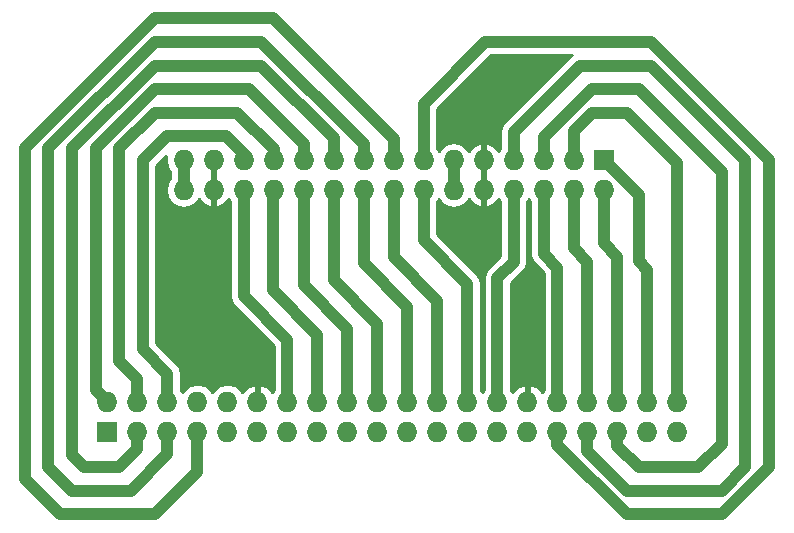
<source format=gbr>
G04 #@! TF.FileFunction,Copper,L1,Top,Signal*
%FSLAX46Y46*%
G04 Gerber Fmt 4.6, Leading zero omitted, Abs format (unit mm)*
G04 Created by KiCad (PCBNEW 4.0.3+e1-6302~38~ubuntu15.10.1-stable) date Thu Nov 10 16:03:18 2016*
%MOMM*%
%LPD*%
G01*
G04 APERTURE LIST*
%ADD10C,0.100000*%
%ADD11R,1.727200X1.727200*%
%ADD12O,1.727200X1.727200*%
%ADD13C,1.000000*%
%ADD14C,0.254000*%
G04 APERTURE END LIST*
D10*
D11*
X189000000Y-80000000D03*
D12*
X189000000Y-82540000D03*
X186460000Y-80000000D03*
X186460000Y-82540000D03*
X183920000Y-80000000D03*
X183920000Y-82540000D03*
X181380000Y-80000000D03*
X181380000Y-82540000D03*
X178840000Y-80000000D03*
X178840000Y-82540000D03*
X176300000Y-80000000D03*
X176300000Y-82540000D03*
X173760000Y-80000000D03*
X173760000Y-82540000D03*
X171220000Y-80000000D03*
X171220000Y-82540000D03*
X168680000Y-80000000D03*
X168680000Y-82540000D03*
X166140000Y-80000000D03*
X166140000Y-82540000D03*
X163600000Y-80000000D03*
X163600000Y-82540000D03*
X161060000Y-80000000D03*
X161060000Y-82540000D03*
X158520000Y-80000000D03*
X158520000Y-82540000D03*
X155980000Y-80000000D03*
X155980000Y-82540000D03*
X153440000Y-80000000D03*
X153440000Y-82540000D03*
D11*
X147000000Y-103000000D03*
D12*
X147000000Y-100460000D03*
X149540000Y-103000000D03*
X149540000Y-100460000D03*
X152080000Y-103000000D03*
X152080000Y-100460000D03*
X154620000Y-103000000D03*
X154620000Y-100460000D03*
X157160000Y-103000000D03*
X157160000Y-100460000D03*
X159700000Y-103000000D03*
X159700000Y-100460000D03*
X162240000Y-103000000D03*
X162240000Y-100460000D03*
X164780000Y-103000000D03*
X164780000Y-100460000D03*
X167320000Y-103000000D03*
X167320000Y-100460000D03*
X169860000Y-103000000D03*
X169860000Y-100460000D03*
X172400000Y-103000000D03*
X172400000Y-100460000D03*
X174940000Y-103000000D03*
X174940000Y-100460000D03*
X177480000Y-103000000D03*
X177480000Y-100460000D03*
X180020000Y-103000000D03*
X180020000Y-100460000D03*
X182560000Y-103000000D03*
X182560000Y-100460000D03*
X185100000Y-103000000D03*
X185100000Y-100460000D03*
X187640000Y-103000000D03*
X187640000Y-100460000D03*
X190180000Y-103000000D03*
X190180000Y-100460000D03*
X192720000Y-103000000D03*
X192720000Y-100460000D03*
X195260000Y-103000000D03*
X195260000Y-100460000D03*
D13*
X192720000Y-100460000D02*
X192720000Y-89280000D01*
X192000000Y-83000000D02*
X189000000Y-80000000D01*
X192000000Y-88560000D02*
X192000000Y-83000000D01*
X192720000Y-89280000D02*
X192000000Y-88560000D01*
X190180000Y-100460000D02*
X190180000Y-88180000D01*
X189000000Y-87000000D02*
X189000000Y-82540000D01*
X190180000Y-88180000D02*
X189000000Y-87000000D01*
X186460000Y-80000000D02*
X186460000Y-77540000D01*
X195260000Y-80260000D02*
X195260000Y-100460000D01*
X191000000Y-76000000D02*
X195260000Y-80260000D01*
X188000000Y-76000000D02*
X191000000Y-76000000D01*
X186460000Y-77540000D02*
X188000000Y-76000000D01*
X187640000Y-100460000D02*
X187640000Y-88640000D01*
X186460000Y-87460000D02*
X186460000Y-82540000D01*
X187640000Y-88640000D02*
X186460000Y-87460000D01*
X190180000Y-103000000D02*
X190180000Y-104180000D01*
X183920000Y-78080000D02*
X183920000Y-80000000D01*
X188000000Y-74000000D02*
X183920000Y-78080000D01*
X192000000Y-74000000D02*
X188000000Y-74000000D01*
X199000000Y-81000000D02*
X192000000Y-74000000D01*
X199000000Y-104000000D02*
X199000000Y-81000000D01*
X197000000Y-106000000D02*
X199000000Y-104000000D01*
X192000000Y-106000000D02*
X197000000Y-106000000D01*
X190180000Y-104180000D02*
X192000000Y-106000000D01*
X185100000Y-100460000D02*
X185100000Y-89100000D01*
X183920000Y-87920000D02*
X183920000Y-82540000D01*
X185100000Y-89100000D02*
X183920000Y-87920000D01*
X187640000Y-103000000D02*
X187640000Y-104640000D01*
X181380000Y-77620000D02*
X181380000Y-80000000D01*
X187000000Y-72000000D02*
X181380000Y-77620000D01*
X193000000Y-72000000D02*
X187000000Y-72000000D01*
X201000000Y-80000000D02*
X193000000Y-72000000D01*
X201000000Y-106000000D02*
X201000000Y-80000000D01*
X199000000Y-108000000D02*
X201000000Y-106000000D01*
X191000000Y-108000000D02*
X199000000Y-108000000D01*
X187640000Y-104640000D02*
X191000000Y-108000000D01*
X180020000Y-100460000D02*
X180020000Y-89980000D01*
X181380000Y-88620000D02*
X181380000Y-82540000D01*
X180020000Y-89980000D02*
X181380000Y-88620000D01*
X153440000Y-82540000D02*
X153440000Y-80000000D01*
X176300000Y-82540000D02*
X176300000Y-80000000D01*
X185100000Y-103000000D02*
X185100000Y-104100000D01*
X173760000Y-75240000D02*
X173760000Y-80000000D01*
X179000000Y-70000000D02*
X173760000Y-75240000D01*
X193000000Y-70000000D02*
X179000000Y-70000000D01*
X203000000Y-80000000D02*
X193000000Y-70000000D01*
X203000000Y-106000000D02*
X203000000Y-80000000D01*
X199000000Y-110000000D02*
X203000000Y-106000000D01*
X191000000Y-110000000D02*
X199000000Y-110000000D01*
X185100000Y-104100000D02*
X191000000Y-110000000D01*
X177480000Y-100460000D02*
X177480000Y-90480000D01*
X173760000Y-86760000D02*
X173760000Y-82540000D01*
X177480000Y-90480000D02*
X173760000Y-86760000D01*
X171220000Y-80000000D02*
X171220000Y-78220000D01*
X154620000Y-106380000D02*
X154620000Y-103000000D01*
X151000000Y-110000000D02*
X154620000Y-106380000D01*
X143000000Y-110000000D02*
X151000000Y-110000000D01*
X140000000Y-107000000D02*
X143000000Y-110000000D01*
X140000000Y-79000000D02*
X140000000Y-107000000D01*
X151000000Y-68000000D02*
X140000000Y-79000000D01*
X161000000Y-68000000D02*
X151000000Y-68000000D01*
X171220000Y-78220000D02*
X161000000Y-68000000D01*
X174940000Y-100460000D02*
X174940000Y-91940000D01*
X171220000Y-88220000D02*
X171220000Y-82540000D01*
X174940000Y-91940000D02*
X171220000Y-88220000D01*
X168680000Y-80000000D02*
X168680000Y-78680000D01*
X152080000Y-104920000D02*
X152080000Y-103000000D01*
X149000000Y-108000000D02*
X152080000Y-104920000D01*
X144000000Y-108000000D02*
X149000000Y-108000000D01*
X142000000Y-106000000D02*
X144000000Y-108000000D01*
X142000000Y-79000000D02*
X142000000Y-106000000D01*
X151000000Y-70000000D02*
X142000000Y-79000000D01*
X160000000Y-70000000D02*
X151000000Y-70000000D01*
X168680000Y-78680000D02*
X160000000Y-70000000D01*
X172400000Y-100460000D02*
X172400000Y-92400000D01*
X168680000Y-88680000D02*
X168680000Y-82540000D01*
X172400000Y-92400000D02*
X168680000Y-88680000D01*
X166140000Y-80000000D02*
X166140000Y-78140000D01*
X149540000Y-104460000D02*
X149540000Y-103000000D01*
X148000000Y-106000000D02*
X149540000Y-104460000D01*
X145000000Y-106000000D02*
X148000000Y-106000000D01*
X144000000Y-105000000D02*
X145000000Y-106000000D01*
X144000000Y-79000000D02*
X144000000Y-105000000D01*
X151000000Y-72000000D02*
X144000000Y-79000000D01*
X160000000Y-72000000D02*
X151000000Y-72000000D01*
X166140000Y-78140000D02*
X160000000Y-72000000D01*
X169860000Y-100460000D02*
X169860000Y-93860000D01*
X166140000Y-90140000D02*
X166140000Y-82540000D01*
X169860000Y-93860000D02*
X166140000Y-90140000D01*
X163600000Y-80000000D02*
X163600000Y-78600000D01*
X146000000Y-99460000D02*
X147000000Y-100460000D01*
X146000000Y-79000000D02*
X146000000Y-99460000D01*
X151000000Y-74000000D02*
X146000000Y-79000000D01*
X159000000Y-74000000D02*
X151000000Y-74000000D01*
X163600000Y-78600000D02*
X159000000Y-74000000D01*
X167320000Y-100460000D02*
X167320000Y-94320000D01*
X163600000Y-90600000D02*
X163600000Y-82540000D01*
X167320000Y-94320000D02*
X163600000Y-90600000D01*
X161060000Y-80000000D02*
X161060000Y-79060000D01*
X149540000Y-98540000D02*
X149540000Y-100460000D01*
X148000000Y-97000000D02*
X149540000Y-98540000D01*
X148000000Y-79000000D02*
X148000000Y-97000000D01*
X151000000Y-76000000D02*
X148000000Y-79000000D01*
X158000000Y-76000000D02*
X151000000Y-76000000D01*
X161060000Y-79060000D02*
X158000000Y-76000000D01*
X164780000Y-100460000D02*
X164780000Y-94780000D01*
X161000000Y-91000000D02*
X161000000Y-83000000D01*
X164780000Y-94780000D02*
X161000000Y-91000000D01*
X161000000Y-83000000D02*
X161060000Y-82540000D01*
X158520000Y-80000000D02*
X158520000Y-79520000D01*
X158520000Y-79520000D02*
X157000000Y-78000000D01*
X157000000Y-78000000D02*
X152000000Y-78000000D01*
X152000000Y-78000000D02*
X150000000Y-80000000D01*
X150000000Y-80000000D02*
X150000000Y-96000000D01*
X150000000Y-96000000D02*
X152080000Y-98080000D01*
X152080000Y-98080000D02*
X152080000Y-100460000D01*
X162240000Y-100460000D02*
X162240000Y-95240000D01*
X158520000Y-91520000D02*
X158520000Y-82540000D01*
X162240000Y-95240000D02*
X158520000Y-91520000D01*
D14*
G36*
X151912041Y-80000000D02*
X152026115Y-80573489D01*
X152305000Y-80990870D01*
X152305000Y-81549130D01*
X152026115Y-81966511D01*
X151912041Y-82540000D01*
X152026115Y-83113489D01*
X152350971Y-83599670D01*
X152837152Y-83924526D01*
X153410641Y-84038600D01*
X153469359Y-84038600D01*
X154042848Y-83924526D01*
X154529029Y-83599670D01*
X154709992Y-83328839D01*
X155091510Y-83746821D01*
X155620973Y-83994968D01*
X155853000Y-83874469D01*
X155853000Y-82667000D01*
X155833000Y-82667000D01*
X155833000Y-82413000D01*
X155853000Y-82413000D01*
X155853000Y-80127000D01*
X155833000Y-80127000D01*
X155833000Y-79873000D01*
X155853000Y-79873000D01*
X155853000Y-79853000D01*
X156107000Y-79853000D01*
X156107000Y-79873000D01*
X156127000Y-79873000D01*
X156127000Y-80127000D01*
X156107000Y-80127000D01*
X156107000Y-82413000D01*
X156127000Y-82413000D01*
X156127000Y-82667000D01*
X156107000Y-82667000D01*
X156107000Y-83874469D01*
X156339027Y-83994968D01*
X156868490Y-83746821D01*
X157250008Y-83328839D01*
X157385000Y-83530870D01*
X157385000Y-91520000D01*
X157471397Y-91954346D01*
X157717434Y-92322566D01*
X161105000Y-95710133D01*
X161105000Y-99469130D01*
X160970008Y-99671161D01*
X160588490Y-99253179D01*
X160059027Y-99005032D01*
X159827000Y-99125531D01*
X159827000Y-100333000D01*
X159847000Y-100333000D01*
X159847000Y-100587000D01*
X159827000Y-100587000D01*
X159827000Y-100607000D01*
X159573000Y-100607000D01*
X159573000Y-100587000D01*
X159553000Y-100587000D01*
X159553000Y-100333000D01*
X159573000Y-100333000D01*
X159573000Y-99125531D01*
X159340973Y-99005032D01*
X158811510Y-99253179D01*
X158429992Y-99671161D01*
X158249029Y-99400330D01*
X157762848Y-99075474D01*
X157189359Y-98961400D01*
X157130641Y-98961400D01*
X156557152Y-99075474D01*
X156070971Y-99400330D01*
X155890000Y-99671172D01*
X155709029Y-99400330D01*
X155222848Y-99075474D01*
X154649359Y-98961400D01*
X154590641Y-98961400D01*
X154017152Y-99075474D01*
X153530971Y-99400330D01*
X153350000Y-99671172D01*
X153215000Y-99469130D01*
X153215000Y-98080000D01*
X153128603Y-97645654D01*
X152882566Y-97277434D01*
X151135000Y-95529868D01*
X151135000Y-80470132D01*
X151988247Y-79616885D01*
X151912041Y-80000000D01*
X151912041Y-80000000D01*
G37*
X151912041Y-80000000D02*
X152026115Y-80573489D01*
X152305000Y-80990870D01*
X152305000Y-81549130D01*
X152026115Y-81966511D01*
X151912041Y-82540000D01*
X152026115Y-83113489D01*
X152350971Y-83599670D01*
X152837152Y-83924526D01*
X153410641Y-84038600D01*
X153469359Y-84038600D01*
X154042848Y-83924526D01*
X154529029Y-83599670D01*
X154709992Y-83328839D01*
X155091510Y-83746821D01*
X155620973Y-83994968D01*
X155853000Y-83874469D01*
X155853000Y-82667000D01*
X155833000Y-82667000D01*
X155833000Y-82413000D01*
X155853000Y-82413000D01*
X155853000Y-80127000D01*
X155833000Y-80127000D01*
X155833000Y-79873000D01*
X155853000Y-79873000D01*
X155853000Y-79853000D01*
X156107000Y-79853000D01*
X156107000Y-79873000D01*
X156127000Y-79873000D01*
X156127000Y-80127000D01*
X156107000Y-80127000D01*
X156107000Y-82413000D01*
X156127000Y-82413000D01*
X156127000Y-82667000D01*
X156107000Y-82667000D01*
X156107000Y-83874469D01*
X156339027Y-83994968D01*
X156868490Y-83746821D01*
X157250008Y-83328839D01*
X157385000Y-83530870D01*
X157385000Y-91520000D01*
X157471397Y-91954346D01*
X157717434Y-92322566D01*
X161105000Y-95710133D01*
X161105000Y-99469130D01*
X160970008Y-99671161D01*
X160588490Y-99253179D01*
X160059027Y-99005032D01*
X159827000Y-99125531D01*
X159827000Y-100333000D01*
X159847000Y-100333000D01*
X159847000Y-100587000D01*
X159827000Y-100587000D01*
X159827000Y-100607000D01*
X159573000Y-100607000D01*
X159573000Y-100587000D01*
X159553000Y-100587000D01*
X159553000Y-100333000D01*
X159573000Y-100333000D01*
X159573000Y-99125531D01*
X159340973Y-99005032D01*
X158811510Y-99253179D01*
X158429992Y-99671161D01*
X158249029Y-99400330D01*
X157762848Y-99075474D01*
X157189359Y-98961400D01*
X157130641Y-98961400D01*
X156557152Y-99075474D01*
X156070971Y-99400330D01*
X155890000Y-99671172D01*
X155709029Y-99400330D01*
X155222848Y-99075474D01*
X154649359Y-98961400D01*
X154590641Y-98961400D01*
X154017152Y-99075474D01*
X153530971Y-99400330D01*
X153350000Y-99671172D01*
X153215000Y-99469130D01*
X153215000Y-98080000D01*
X153128603Y-97645654D01*
X152882566Y-97277434D01*
X151135000Y-95529868D01*
X151135000Y-80470132D01*
X151988247Y-79616885D01*
X151912041Y-80000000D01*
G36*
X182785000Y-83530870D02*
X182785000Y-87920000D01*
X182871397Y-88354346D01*
X183008811Y-88560000D01*
X183117434Y-88722566D01*
X183965000Y-89570132D01*
X183965000Y-99469130D01*
X183830008Y-99671161D01*
X183448490Y-99253179D01*
X182919027Y-99005032D01*
X182687000Y-99125531D01*
X182687000Y-100333000D01*
X182707000Y-100333000D01*
X182707000Y-100587000D01*
X182687000Y-100587000D01*
X182687000Y-100607000D01*
X182433000Y-100607000D01*
X182433000Y-100587000D01*
X182413000Y-100587000D01*
X182413000Y-100333000D01*
X182433000Y-100333000D01*
X182433000Y-99125531D01*
X182200973Y-99005032D01*
X181671510Y-99253179D01*
X181289992Y-99671161D01*
X181155000Y-99469130D01*
X181155000Y-90450132D01*
X182182566Y-89422567D01*
X182428603Y-89054346D01*
X182434924Y-89022566D01*
X182515000Y-88620000D01*
X182515000Y-83530870D01*
X182650000Y-83328828D01*
X182785000Y-83530870D01*
X182785000Y-83530870D01*
G37*
X182785000Y-83530870D02*
X182785000Y-87920000D01*
X182871397Y-88354346D01*
X183008811Y-88560000D01*
X183117434Y-88722566D01*
X183965000Y-89570132D01*
X183965000Y-99469130D01*
X183830008Y-99671161D01*
X183448490Y-99253179D01*
X182919027Y-99005032D01*
X182687000Y-99125531D01*
X182687000Y-100333000D01*
X182707000Y-100333000D01*
X182707000Y-100587000D01*
X182687000Y-100587000D01*
X182687000Y-100607000D01*
X182433000Y-100607000D01*
X182433000Y-100587000D01*
X182413000Y-100587000D01*
X182413000Y-100333000D01*
X182433000Y-100333000D01*
X182433000Y-99125531D01*
X182200973Y-99005032D01*
X181671510Y-99253179D01*
X181289992Y-99671161D01*
X181155000Y-99469130D01*
X181155000Y-90450132D01*
X182182566Y-89422567D01*
X182428603Y-89054346D01*
X182434924Y-89022566D01*
X182515000Y-88620000D01*
X182515000Y-83530870D01*
X182650000Y-83328828D01*
X182785000Y-83530870D01*
G36*
X186197434Y-71197434D02*
X180577434Y-76817434D01*
X180331397Y-77185654D01*
X180245000Y-77620000D01*
X180245000Y-79009130D01*
X180110008Y-79211161D01*
X179728490Y-78793179D01*
X179199027Y-78545032D01*
X178967000Y-78665531D01*
X178967000Y-79873000D01*
X178987000Y-79873000D01*
X178987000Y-80127000D01*
X178967000Y-80127000D01*
X178967000Y-82413000D01*
X178987000Y-82413000D01*
X178987000Y-82667000D01*
X178967000Y-82667000D01*
X178967000Y-83874469D01*
X179199027Y-83994968D01*
X179728490Y-83746821D01*
X180110008Y-83328839D01*
X180245000Y-83530870D01*
X180245000Y-88149867D01*
X179217434Y-89177434D01*
X178971397Y-89545654D01*
X178885000Y-89980000D01*
X178885000Y-99469130D01*
X178750000Y-99671172D01*
X178615000Y-99469130D01*
X178615000Y-90480000D01*
X178528603Y-90045654D01*
X178484734Y-89980000D01*
X178282566Y-89677433D01*
X174895000Y-86289868D01*
X174895000Y-83530870D01*
X175030000Y-83328828D01*
X175210971Y-83599670D01*
X175697152Y-83924526D01*
X176270641Y-84038600D01*
X176329359Y-84038600D01*
X176902848Y-83924526D01*
X177389029Y-83599670D01*
X177569992Y-83328839D01*
X177951510Y-83746821D01*
X178480973Y-83994968D01*
X178713000Y-83874469D01*
X178713000Y-82667000D01*
X178693000Y-82667000D01*
X178693000Y-82413000D01*
X178713000Y-82413000D01*
X178713000Y-80127000D01*
X178693000Y-80127000D01*
X178693000Y-79873000D01*
X178713000Y-79873000D01*
X178713000Y-78665531D01*
X178480973Y-78545032D01*
X177951510Y-78793179D01*
X177569992Y-79211161D01*
X177389029Y-78940330D01*
X176902848Y-78615474D01*
X176329359Y-78501400D01*
X176270641Y-78501400D01*
X175697152Y-78615474D01*
X175210971Y-78940330D01*
X175030000Y-79211172D01*
X174895000Y-79009130D01*
X174895000Y-75710132D01*
X179470132Y-71135000D01*
X186290873Y-71135000D01*
X186197434Y-71197434D01*
X186197434Y-71197434D01*
G37*
X186197434Y-71197434D02*
X180577434Y-76817434D01*
X180331397Y-77185654D01*
X180245000Y-77620000D01*
X180245000Y-79009130D01*
X180110008Y-79211161D01*
X179728490Y-78793179D01*
X179199027Y-78545032D01*
X178967000Y-78665531D01*
X178967000Y-79873000D01*
X178987000Y-79873000D01*
X178987000Y-80127000D01*
X178967000Y-80127000D01*
X178967000Y-82413000D01*
X178987000Y-82413000D01*
X178987000Y-82667000D01*
X178967000Y-82667000D01*
X178967000Y-83874469D01*
X179199027Y-83994968D01*
X179728490Y-83746821D01*
X180110008Y-83328839D01*
X180245000Y-83530870D01*
X180245000Y-88149867D01*
X179217434Y-89177434D01*
X178971397Y-89545654D01*
X178885000Y-89980000D01*
X178885000Y-99469130D01*
X178750000Y-99671172D01*
X178615000Y-99469130D01*
X178615000Y-90480000D01*
X178528603Y-90045654D01*
X178484734Y-89980000D01*
X178282566Y-89677433D01*
X174895000Y-86289868D01*
X174895000Y-83530870D01*
X175030000Y-83328828D01*
X175210971Y-83599670D01*
X175697152Y-83924526D01*
X176270641Y-84038600D01*
X176329359Y-84038600D01*
X176902848Y-83924526D01*
X177389029Y-83599670D01*
X177569992Y-83328839D01*
X177951510Y-83746821D01*
X178480973Y-83994968D01*
X178713000Y-83874469D01*
X178713000Y-82667000D01*
X178693000Y-82667000D01*
X178693000Y-82413000D01*
X178713000Y-82413000D01*
X178713000Y-80127000D01*
X178693000Y-80127000D01*
X178693000Y-79873000D01*
X178713000Y-79873000D01*
X178713000Y-78665531D01*
X178480973Y-78545032D01*
X177951510Y-78793179D01*
X177569992Y-79211161D01*
X177389029Y-78940330D01*
X176902848Y-78615474D01*
X176329359Y-78501400D01*
X176270641Y-78501400D01*
X175697152Y-78615474D01*
X175210971Y-78940330D01*
X175030000Y-79211172D01*
X174895000Y-79009130D01*
X174895000Y-75710132D01*
X179470132Y-71135000D01*
X186290873Y-71135000D01*
X186197434Y-71197434D01*
M02*

</source>
